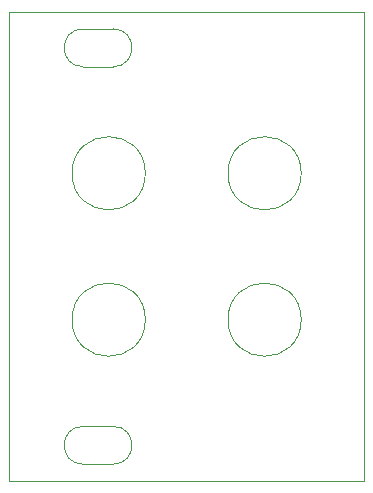
<source format=gbr>
%TF.GenerationSoftware,KiCad,Pcbnew,(6.0.2)*%
%TF.CreationDate,2022-07-09T21:40:46+01:00*%
%TF.ProjectId,front panel,66726f6e-7420-4706-916e-656c2e6b6963,rev?*%
%TF.SameCoordinates,Original*%
%TF.FileFunction,Profile,NP*%
%FSLAX46Y46*%
G04 Gerber Fmt 4.6, Leading zero omitted, Abs format (unit mm)*
G04 Created by KiCad (PCBNEW (6.0.2)) date 2022-07-09 21:40:46*
%MOMM*%
%LPD*%
G01*
G04 APERTURE LIST*
%TA.AperFunction,Profile*%
%ADD10C,0.100000*%
%TD*%
G04 APERTURE END LIST*
D10*
X11500000Y-13625000D02*
G75*
G03*
X11500000Y-13625000I-3100000J0D01*
G01*
X11500000Y-26020000D02*
G75*
G03*
X11500000Y-26020000I-3100000J0D01*
G01*
X24700000Y-13625000D02*
G75*
G03*
X24700000Y-13625000I-3100000J0D01*
G01*
X8770000Y-1400000D02*
X6230000Y-1400000D01*
X6230000Y-1400000D02*
G75*
G03*
X6230000Y-4600000I0J-1600000D01*
G01*
X8770000Y-35050000D02*
X6230000Y-35050000D01*
X24700000Y-26020000D02*
G75*
G03*
X24700000Y-26020000I-3100000J0D01*
G01*
X0Y0D02*
X30000000Y0D01*
X30000000Y0D02*
X30000000Y-39650000D01*
X30000000Y-39650000D02*
X0Y-39650000D01*
X0Y-39650000D02*
X0Y0D01*
X6230000Y-35050000D02*
G75*
G03*
X6230000Y-38250000I0J-1600000D01*
G01*
X8770000Y-4600000D02*
G75*
G03*
X8770000Y-1400000I0J1600000D01*
G01*
X8770000Y-38250000D02*
G75*
G03*
X8770000Y-35050000I0J1600000D01*
G01*
X8770000Y-38250000D02*
X6230000Y-38250000D01*
X8770000Y-4600000D02*
X6230000Y-4600000D01*
M02*

</source>
